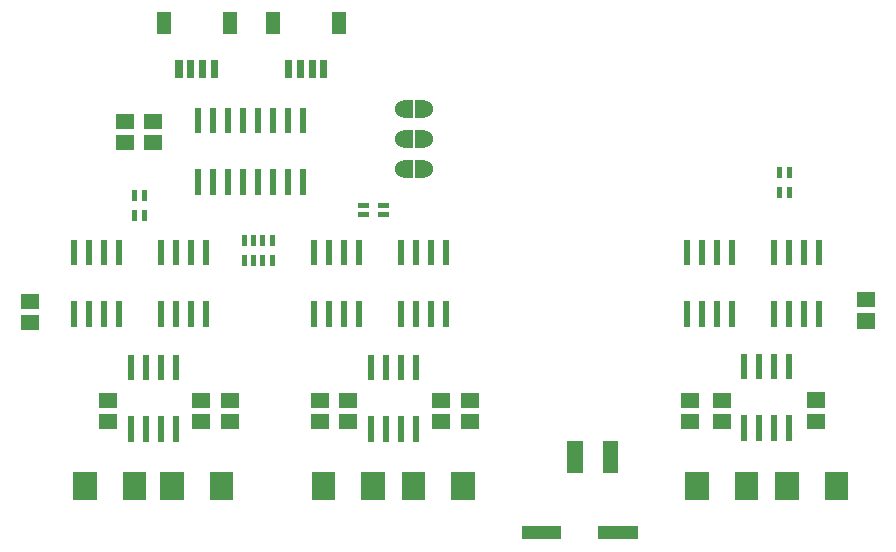
<source format=gbr>
G04 start of page 10 for group -4015 idx -4015 *
G04 Title: (unknown), toppaste *
G04 Creator: pcb 20140316 *
G04 CreationDate: Tue 26 Feb 2019 04:39:58 AM GMT UTC *
G04 For: railfan *
G04 Format: Gerber/RS-274X *
G04 PCB-Dimensions (mil): 3200.00 2000.00 *
G04 PCB-Coordinate-Origin: lower left *
%MOIN*%
%FSLAX25Y25*%
%LNTOPPASTE*%
%ADD80R,0.0430X0.0430*%
%ADD79R,0.0787X0.0787*%
%ADD78R,0.0300X0.0300*%
%ADD77C,0.0600*%
%ADD76R,0.0167X0.0167*%
%ADD75R,0.0472X0.0472*%
%ADD74R,0.0236X0.0236*%
%ADD73R,0.0512X0.0512*%
%ADD72R,0.0200X0.0200*%
G54D72*X72500Y145000D02*Y138500D01*
X77500Y145000D02*Y138500D01*
X82500Y145000D02*Y138500D01*
X87500Y145000D02*Y138500D01*
X92500Y145000D02*Y138500D01*
X97500Y145000D02*Y138500D01*
X102500Y145000D02*Y138500D01*
X107500Y145000D02*Y138500D01*
Y165500D02*Y159000D01*
X102500Y165500D02*Y159000D01*
X97500Y165500D02*Y159000D01*
X92500Y165500D02*Y159000D01*
X87500Y165500D02*Y159000D01*
X82500Y165500D02*Y159000D01*
X77500Y165500D02*Y159000D01*
X72500Y165500D02*Y159000D01*
G54D73*X112607Y69043D02*X113393D01*
X112607Y61957D02*X113393D01*
X162607Y69043D02*X163393D01*
X162607Y61957D02*X163393D01*
X236107Y69043D02*X236893D01*
X236107Y61957D02*X236893D01*
X294607Y102543D02*X295393D01*
X294607Y95457D02*X295393D01*
G54D72*X269500Y83500D02*Y77000D01*
X264500Y83500D02*Y77000D01*
X259500Y83500D02*Y77000D01*
X254500Y83500D02*Y77000D01*
Y63000D02*Y56500D01*
X259500Y63000D02*Y56500D01*
X264500Y63000D02*Y56500D01*
X269500Y63000D02*Y56500D01*
G54D73*X153107Y69000D02*X153893D01*
X153107Y61914D02*X153893D01*
X122107Y69043D02*X122893D01*
X122107Y61957D02*X122893D01*
X16107Y102043D02*X16893D01*
X16107Y94957D02*X16893D01*
X82607Y69043D02*X83393D01*
X82607Y61957D02*X83393D01*
G54D74*X114406Y181370D02*Y177630D01*
X110469Y181370D02*Y177630D01*
X106531Y181370D02*Y177630D01*
X102594Y181370D02*Y177630D01*
G54D75*X119524Y195937D02*Y193575D01*
X97476Y195937D02*Y193575D01*
G54D74*X77906Y181370D02*Y177630D01*
X73969Y181370D02*Y177630D01*
X70031Y181370D02*Y177630D01*
X66094Y181370D02*Y177630D01*
G54D75*X83024Y195937D02*Y193575D01*
X60976Y195937D02*Y193575D01*
G54D72*X46000Y121500D02*Y115000D01*
X41000Y121500D02*Y115000D01*
X36000Y121500D02*Y115000D01*
X31000Y121500D02*Y115000D01*
Y101000D02*Y94500D01*
X36000Y101000D02*Y94500D01*
X41000Y101000D02*Y94500D01*
X46000Y101000D02*Y94500D01*
X75000Y121500D02*Y115000D01*
X70000Y121500D02*Y115000D01*
X65000Y121500D02*Y115000D01*
X60000Y121500D02*Y115000D01*
Y101000D02*Y94500D01*
X65000Y101000D02*Y94500D01*
X70000Y101000D02*Y94500D01*
X75000Y101000D02*Y94500D01*
G54D73*X47607Y154957D02*X48393D01*
X47607Y162043D02*X48393D01*
G54D72*X145000Y83250D02*Y76750D01*
X140000Y83250D02*Y76750D01*
X135000Y83250D02*Y76750D01*
X130000Y83250D02*Y76750D01*
Y62750D02*Y56250D01*
X135000Y62750D02*Y56250D01*
X140000Y62750D02*Y56250D01*
X145000Y62750D02*Y56250D01*
X279500Y121500D02*Y115000D01*
X274500Y121500D02*Y115000D01*
X269500Y121500D02*Y115000D01*
X264500Y121500D02*Y115000D01*
Y101000D02*Y94500D01*
X269500Y101000D02*Y94500D01*
X274500Y101000D02*Y94500D01*
X279500Y101000D02*Y94500D01*
X250500Y121500D02*Y115000D01*
X245500Y121500D02*Y115000D01*
X240500Y121500D02*Y115000D01*
X235500Y121500D02*Y115000D01*
Y101000D02*Y94500D01*
X240500Y101000D02*Y94500D01*
X245500Y101000D02*Y94500D01*
X250500Y101000D02*Y94500D01*
G54D73*X246607Y69043D02*X247393D01*
X246607Y61957D02*X247393D01*
G54D76*X54575Y138283D02*Y136413D01*
X51425Y138283D02*Y136413D01*
Y131587D02*Y129717D01*
X54575Y131587D02*Y129717D01*
G54D77*X147900Y166000D03*
G54D78*X146400Y167500D02*Y164500D01*
G54D77*X141100Y166000D03*
G54D78*X142600Y167500D02*Y164500D01*
G54D76*X126565Y133950D02*X128435D01*
X126565Y130800D02*X128435D01*
X133261D02*X135131D01*
X133261Y133950D02*X135131D01*
X269500Y145935D02*Y144065D01*
X266350Y145935D02*Y144065D01*
Y139239D02*Y137369D01*
X269500Y139239D02*Y137369D01*
G54D72*X126000Y121500D02*Y115000D01*
X121000Y121500D02*Y115000D01*
X116000Y121500D02*Y115000D01*
X111000Y121500D02*Y115000D01*
Y101000D02*Y94500D01*
X116000Y101000D02*Y94500D01*
X121000Y101000D02*Y94500D01*
X126000Y101000D02*Y94500D01*
G54D77*X147900Y156000D03*
G54D78*X146400Y157500D02*Y154500D01*
G54D77*X141100Y156000D03*
G54D78*X142600Y157500D02*Y154500D01*
G54D77*X147900Y146000D03*
G54D78*X146400Y147500D02*Y144500D01*
G54D77*X141100Y146000D03*
G54D78*X142600Y147500D02*Y144500D01*
G54D76*X97224Y123283D02*Y121413D01*
X94075Y123283D02*Y121413D01*
X90925Y123283D02*Y121413D01*
X87776Y123283D02*Y121413D01*
Y116587D02*Y114717D01*
X90925Y116587D02*Y114717D01*
X94075Y116587D02*Y114717D01*
X97224Y116587D02*Y114717D01*
G54D73*X57107Y154957D02*X57893D01*
X57107Y162043D02*X57893D01*
X198095Y52755D02*Y47245D01*
X209905Y52755D02*Y47245D01*
G54D79*X268733Y41287D02*Y39713D01*
X285268Y41287D02*Y39713D01*
X255267Y41287D02*Y39713D01*
X238732Y41287D02*Y39713D01*
G54D80*X182450Y25000D02*X191450D01*
X207950D02*X217050D01*
G54D79*X144233Y41287D02*Y39713D01*
X160768Y41287D02*Y39713D01*
G54D72*X155000Y121500D02*Y115000D01*
X150000Y121500D02*Y115000D01*
X145000Y121500D02*Y115000D01*
X140000Y121500D02*Y115000D01*
Y101000D02*Y94500D01*
X145000Y101000D02*Y94500D01*
X150000Y101000D02*Y94500D01*
X155000Y101000D02*Y94500D01*
G54D73*X73107Y69043D02*X73893D01*
X73107Y61957D02*X73893D01*
G54D72*X65000Y83250D02*Y76750D01*
X60000Y83250D02*Y76750D01*
X55000Y83250D02*Y76750D01*
X50000Y83250D02*Y76750D01*
Y62750D02*Y56250D01*
X55000Y62750D02*Y56250D01*
X60000Y62750D02*Y56250D01*
X65000Y62750D02*Y56250D01*
G54D79*X63733Y41287D02*Y39713D01*
X80268Y41287D02*Y39713D01*
X51267Y41287D02*Y39713D01*
X34732Y41287D02*Y39713D01*
X130767Y41287D02*Y39713D01*
X114232Y41287D02*Y39713D01*
G54D73*X42107Y69043D02*X42893D01*
X42107Y61957D02*X42893D01*
X278107Y69086D02*X278893D01*
X278107Y62000D02*X278893D01*
M02*

</source>
